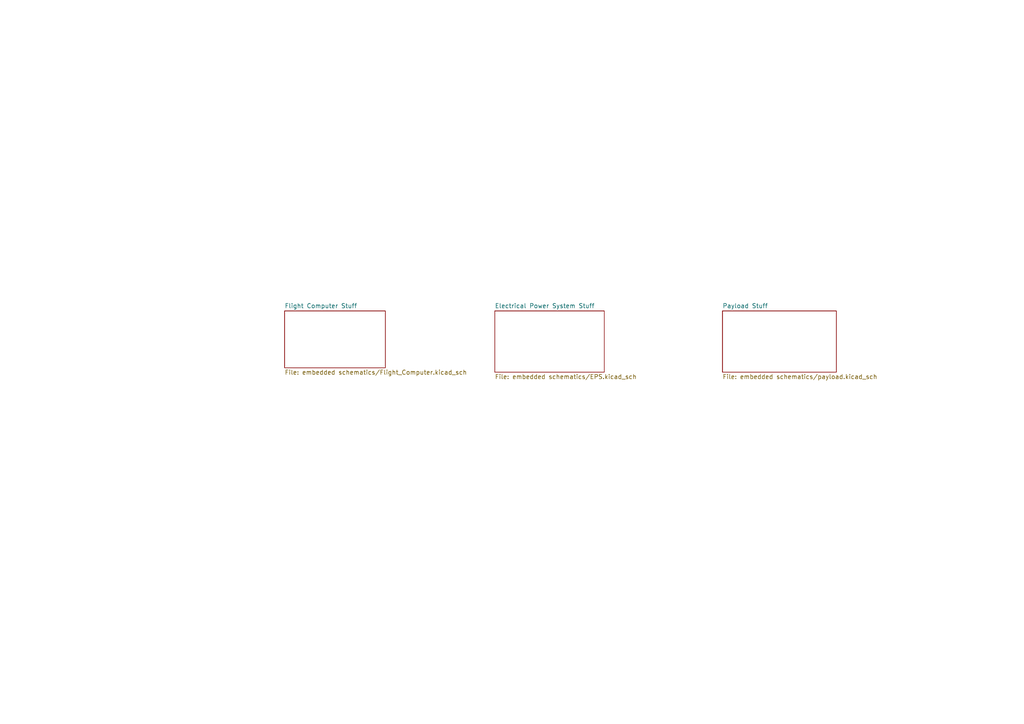
<source format=kicad_sch>
(kicad_sch
	(version 20231120)
	(generator "eeschema")
	(generator_version "8.0")
	(uuid "1c98f4aa-36fd-4990-9a5f-358284de049b")
	(paper "A4")
	(title_block
		(title "Flat-Sat Development Board")
		(rev "V1")
		(company "Blue Dot Foundation")
		(comment 1 "By: Nicole Maggard")
	)
	(lib_symbols)
	(sheet
		(at 82.55 90.17)
		(size 29.21 16.51)
		(fields_autoplaced yes)
		(stroke
			(width 0.1524)
			(type solid)
		)
		(fill
			(color 0 0 0 0.0000)
		)
		(uuid "2e4a0b26-45f0-4567-954a-2c6d1f0924bf")
		(property "Sheetname" "Flight Computer Stuff"
			(at 82.55 89.4584 0)
			(effects
				(font
					(size 1.27 1.27)
				)
				(justify left bottom)
			)
		)
		(property "Sheetfile" "embedded schematics/Flight_Computer.kicad_sch"
			(at 82.55 107.2646 0)
			(effects
				(font
					(size 1.27 1.27)
				)
				(justify left top)
			)
		)
		(instances
			(project "flat_sat_dev_board"
				(path "/1c98f4aa-36fd-4990-9a5f-358284de049b"
					(page "2")
				)
			)
		)
	)
	(sheet
		(at 209.55 90.17)
		(size 33.02 17.78)
		(fields_autoplaced yes)
		(stroke
			(width 0.1524)
			(type solid)
		)
		(fill
			(color 0 0 0 0.0000)
		)
		(uuid "325bc47b-cac6-460f-a814-99f052ae04c8")
		(property "Sheetname" "Payload Stuff"
			(at 209.55 89.4584 0)
			(effects
				(font
					(size 1.27 1.27)
				)
				(justify left bottom)
			)
		)
		(property "Sheetfile" "embedded schematics/payload.kicad_sch"
			(at 209.55 108.5346 0)
			(effects
				(font
					(size 1.27 1.27)
				)
				(justify left top)
			)
		)
		(instances
			(project "flat_sat_dev_board"
				(path "/1c98f4aa-36fd-4990-9a5f-358284de049b"
					(page "4")
				)
			)
		)
	)
	(sheet
		(at 143.51 90.17)
		(size 31.75 17.78)
		(fields_autoplaced yes)
		(stroke
			(width 0.1524)
			(type solid)
		)
		(fill
			(color 0 0 0 0.0000)
		)
		(uuid "4a5c3a46-ae0d-443f-ab5a-444333265386")
		(property "Sheetname" "Electrical Power System Stuff"
			(at 143.51 89.4584 0)
			(effects
				(font
					(size 1.27 1.27)
				)
				(justify left bottom)
			)
		)
		(property "Sheetfile" "embedded schematics/EPS.kicad_sch"
			(at 143.51 108.5346 0)
			(effects
				(font
					(size 1.27 1.27)
				)
				(justify left top)
			)
		)
		(instances
			(project "flat_sat_dev_board"
				(path "/1c98f4aa-36fd-4990-9a5f-358284de049b"
					(page "3")
				)
			)
		)
	)
	(sheet_instances
		(path "/"
			(page "1")
		)
	)
)

</source>
